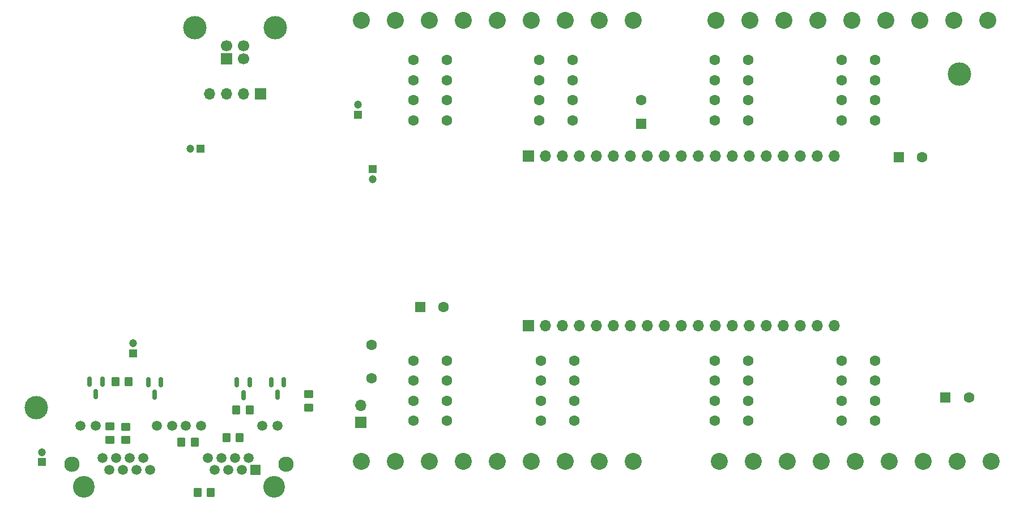
<source format=gbs>
%TF.GenerationSoftware,KiCad,Pcbnew,7.0.10*%
%TF.CreationDate,2024-07-06T13:46:38+02:00*%
%TF.ProjectId,Overlord,4f766572-6c6f-4726-942e-6b696361645f,rev?*%
%TF.SameCoordinates,Original*%
%TF.FileFunction,Soldermask,Bot*%
%TF.FilePolarity,Negative*%
%FSLAX46Y46*%
G04 Gerber Fmt 4.6, Leading zero omitted, Abs format (unit mm)*
G04 Created by KiCad (PCBNEW 7.0.10) date 2024-07-06 13:46:38*
%MOMM*%
%LPD*%
G01*
G04 APERTURE LIST*
G04 Aperture macros list*
%AMRoundRect*
0 Rectangle with rounded corners*
0 $1 Rounding radius*
0 $2 $3 $4 $5 $6 $7 $8 $9 X,Y pos of 4 corners*
0 Add a 4 corners polygon primitive as box body*
4,1,4,$2,$3,$4,$5,$6,$7,$8,$9,$2,$3,0*
0 Add four circle primitives for the rounded corners*
1,1,$1+$1,$2,$3*
1,1,$1+$1,$4,$5*
1,1,$1+$1,$6,$7*
1,1,$1+$1,$8,$9*
0 Add four rect primitives between the rounded corners*
20,1,$1+$1,$2,$3,$4,$5,0*
20,1,$1+$1,$4,$5,$6,$7,0*
20,1,$1+$1,$6,$7,$8,$9,0*
20,1,$1+$1,$8,$9,$2,$3,0*%
G04 Aperture macros list end*
%ADD10C,3.500000*%
%ADD11R,1.700000X1.700000*%
%ADD12O,1.700000X1.700000*%
%ADD13C,1.600000*%
%ADD14R,1.200000X1.200000*%
%ADD15C,1.200000*%
%ADD16C,2.540000*%
%ADD17C,3.250000*%
%ADD18R,1.500000X1.500000*%
%ADD19C,1.500000*%
%ADD20C,2.300000*%
%ADD21R,1.600000X1.600000*%
%ADD22C,1.700000*%
%ADD23RoundRect,0.250000X-0.350000X-0.450000X0.350000X-0.450000X0.350000X0.450000X-0.350000X0.450000X0*%
%ADD24RoundRect,0.250000X0.350000X0.450000X-0.350000X0.450000X-0.350000X-0.450000X0.350000X-0.450000X0*%
%ADD25RoundRect,0.150000X-0.150000X0.587500X-0.150000X-0.587500X0.150000X-0.587500X0.150000X0.587500X0*%
%ADD26RoundRect,0.250000X-0.450000X0.350000X-0.450000X-0.350000X0.450000X-0.350000X0.450000X0.350000X0*%
G04 APERTURE END LIST*
D10*
%TO.C,H1*%
X171960000Y-43450000D03*
%TD*%
D11*
%TO.C,120R_enable1*%
X82530000Y-95610000D03*
D12*
X82530000Y-93070000D03*
%TD*%
D10*
%TO.C,H2*%
X33960000Y-93450000D03*
%TD*%
D13*
%TO.C,C12*%
X84100000Y-89000000D03*
X84100000Y-84000000D03*
%TD*%
D14*
%TO.C,C3*%
X58540000Y-54620000D03*
D15*
X57040000Y-54620000D03*
%TD*%
D14*
%TO.C,C5*%
X82080000Y-49560000D03*
D15*
X82080000Y-48060000D03*
%TD*%
D14*
%TO.C,C6*%
X84270000Y-57727400D03*
D15*
X84270000Y-59227400D03*
%TD*%
D14*
%TO.C,C17*%
X34800000Y-101600000D03*
D15*
X34800000Y-100100000D03*
%TD*%
D14*
%TO.C,C2*%
X48500000Y-85300000D03*
D15*
X48500000Y-83800000D03*
%TD*%
D16*
%TO.C,J2*%
X176220000Y-35450000D03*
X171140000Y-35450000D03*
X166060000Y-35450000D03*
X160980000Y-35450000D03*
X155900000Y-35450000D03*
X150820000Y-35450000D03*
X145740000Y-35450000D03*
X140660000Y-35450000D03*
X135580000Y-35450000D03*
%TD*%
%TO.C,J5*%
X82580000Y-101450000D03*
X87660000Y-101450000D03*
X92740000Y-101450000D03*
X97820000Y-101450000D03*
X102900000Y-101450000D03*
X107980000Y-101450000D03*
X113060000Y-101450000D03*
X118140000Y-101450000D03*
X123220000Y-101450000D03*
%TD*%
%TO.C,J6*%
X136080000Y-101450000D03*
X141160000Y-101450000D03*
X146240000Y-101450000D03*
X151320000Y-101450000D03*
X156400000Y-101450000D03*
X161480000Y-101450000D03*
X166560000Y-101450000D03*
X171640000Y-101450000D03*
X176720000Y-101450000D03*
%TD*%
%TO.C,J4*%
X123220000Y-35450000D03*
X118140000Y-35450000D03*
X113060000Y-35450000D03*
X107980000Y-35450000D03*
X102900000Y-35450000D03*
X97820000Y-35450000D03*
X92740000Y-35450000D03*
X87660000Y-35450000D03*
X82580000Y-35450000D03*
%TD*%
D17*
%TO.C,J1*%
X69540000Y-105310000D03*
X41090000Y-105310000D03*
D18*
X66750000Y-102770000D03*
D19*
X65734000Y-100990000D03*
X64718000Y-102770000D03*
X63702000Y-100990000D03*
X62686000Y-102770000D03*
X61670000Y-100990000D03*
X60654000Y-102770000D03*
X59638000Y-100990000D03*
X70050000Y-96170000D03*
X67760000Y-96170000D03*
X58620000Y-96170000D03*
X56330000Y-96170000D03*
X51000000Y-102770000D03*
X49984000Y-100990000D03*
X48968000Y-102770000D03*
X47952000Y-100990000D03*
X46936000Y-102770000D03*
X45920000Y-100990000D03*
X44904000Y-102770000D03*
X43888000Y-100990000D03*
X54300000Y-96170000D03*
X52010000Y-96170000D03*
X42870000Y-96170000D03*
X40580000Y-96170000D03*
D20*
X71320000Y-101880000D03*
X39320000Y-101880000D03*
%TD*%
D21*
%TO.C,C13*%
X124400000Y-50900000D03*
D13*
X124400000Y-47400000D03*
%TD*%
%TO.C,C8*%
X109150000Y-41400000D03*
X114150000Y-41400000D03*
%TD*%
D21*
%TO.C,C27*%
X162900000Y-55900000D03*
D13*
X166400000Y-55900000D03*
%TD*%
D21*
%TO.C,C44*%
X91400000Y-78400000D03*
D13*
X94900000Y-78400000D03*
%TD*%
D21*
%TO.C,C45*%
X169900000Y-91900000D03*
D13*
X173400000Y-91900000D03*
%TD*%
%TO.C,C7*%
X114150000Y-44400000D03*
X109150000Y-44400000D03*
%TD*%
%TO.C,C9*%
X135400000Y-92400000D03*
X140400000Y-92400000D03*
%TD*%
%TO.C,C10*%
X140400000Y-95400000D03*
X135400000Y-95400000D03*
%TD*%
%TO.C,C14*%
X114150000Y-47400000D03*
X109150000Y-47400000D03*
%TD*%
%TO.C,C15*%
X109150000Y-50400000D03*
X114150000Y-50400000D03*
%TD*%
%TO.C,C16*%
X135400000Y-89400000D03*
X140400000Y-89400000D03*
%TD*%
%TO.C,C18*%
X140400000Y-86400000D03*
X135400000Y-86400000D03*
%TD*%
%TO.C,C19*%
X90400000Y-41400000D03*
X95400000Y-41400000D03*
%TD*%
%TO.C,C20*%
X159400000Y-95400000D03*
X154400000Y-95400000D03*
%TD*%
%TO.C,C21*%
X90400000Y-50400000D03*
X95400000Y-50400000D03*
%TD*%
%TO.C,C22*%
X159400000Y-86400000D03*
X154400000Y-86400000D03*
%TD*%
%TO.C,C23*%
X90400000Y-44400000D03*
X95400000Y-44400000D03*
%TD*%
%TO.C,C24*%
X159400000Y-92400000D03*
X154400000Y-92400000D03*
%TD*%
%TO.C,C25*%
X90400000Y-47400000D03*
X95400000Y-47400000D03*
%TD*%
%TO.C,C26*%
X159400000Y-89400000D03*
X154400000Y-89400000D03*
%TD*%
%TO.C,C28*%
X90400000Y-92400000D03*
X95400000Y-92400000D03*
%TD*%
%TO.C,C29*%
X95400000Y-95400000D03*
X90400000Y-95400000D03*
%TD*%
%TO.C,C30*%
X159400000Y-44400000D03*
X154400000Y-44400000D03*
%TD*%
%TO.C,C31*%
X154400000Y-41400000D03*
X159400000Y-41400000D03*
%TD*%
%TO.C,C32*%
X90400000Y-89400000D03*
X95400000Y-89400000D03*
%TD*%
%TO.C,C33*%
X95400000Y-86400000D03*
X90400000Y-86400000D03*
%TD*%
%TO.C,C34*%
X159400000Y-47400000D03*
X154400000Y-47400000D03*
%TD*%
%TO.C,C35*%
X154400000Y-50400000D03*
X159400000Y-50400000D03*
%TD*%
%TO.C,C36*%
X114400000Y-95400000D03*
X109400000Y-95400000D03*
%TD*%
%TO.C,C37*%
X135400000Y-41400000D03*
X140400000Y-41400000D03*
%TD*%
%TO.C,C38*%
X114400000Y-86400000D03*
X109400000Y-86400000D03*
%TD*%
%TO.C,C39*%
X135400000Y-50400000D03*
X140400000Y-50400000D03*
%TD*%
%TO.C,C40*%
X114400000Y-92400000D03*
X109400000Y-92400000D03*
%TD*%
%TO.C,C41*%
X135400000Y-44400000D03*
X140400000Y-44400000D03*
%TD*%
%TO.C,C42*%
X114400000Y-89400000D03*
X109400000Y-89400000D03*
%TD*%
%TO.C,C43*%
X135400000Y-47400000D03*
X140400000Y-47400000D03*
%TD*%
D11*
%TO.C,ESP1*%
X107530000Y-81140000D03*
D12*
X110070000Y-81140000D03*
X112610000Y-81140000D03*
X115150000Y-81140000D03*
X117690000Y-81140000D03*
X120230000Y-81140000D03*
X122770000Y-81140000D03*
X125310000Y-81140000D03*
X127850000Y-81140000D03*
X130390000Y-81140000D03*
X132930000Y-81140000D03*
X135470000Y-81140000D03*
X138010000Y-81140000D03*
X140550000Y-81140000D03*
X143090000Y-81140000D03*
X145630000Y-81140000D03*
X148170000Y-81140000D03*
X150710000Y-81140000D03*
X153250000Y-81140000D03*
D11*
X107530000Y-55740000D03*
D12*
X110070000Y-55740000D03*
X112610000Y-55740000D03*
X115150000Y-55740000D03*
X117690000Y-55740000D03*
X120230000Y-55740000D03*
X122770000Y-55740000D03*
X125310000Y-55740000D03*
X127850000Y-55740000D03*
X130390000Y-55740000D03*
X132930000Y-55740000D03*
X135470000Y-55740000D03*
X138010000Y-55740000D03*
X140550000Y-55740000D03*
X143090000Y-55740000D03*
X145630000Y-55740000D03*
X148170000Y-55740000D03*
X150710000Y-55740000D03*
X153250000Y-55740000D03*
%TD*%
D11*
%TO.C,J7*%
X62460000Y-41227500D03*
D22*
X64960000Y-41227500D03*
X64960000Y-39227500D03*
X62460000Y-39227500D03*
D10*
X57690000Y-36517500D03*
X69730000Y-36517500D03*
%TD*%
D11*
%TO.C,J8*%
X67550000Y-46420000D03*
D12*
X65010000Y-46420000D03*
X62470000Y-46420000D03*
X59930000Y-46420000D03*
%TD*%
D23*
%TO.C,R31*%
X58090000Y-106140000D03*
X60090000Y-106140000D03*
%TD*%
D24*
%TO.C,R33*%
X64400000Y-97900000D03*
X62400000Y-97900000D03*
%TD*%
D25*
%TO.C,Q1*%
X69100000Y-89632500D03*
X71000000Y-89632500D03*
X70050000Y-91507500D03*
%TD*%
%TO.C,Q2*%
X41950000Y-89552500D03*
X43850000Y-89552500D03*
X42900000Y-91427500D03*
%TD*%
%TO.C,Q3*%
X63990000Y-89652500D03*
X65890000Y-89652500D03*
X64940000Y-91527500D03*
%TD*%
%TO.C,Q4*%
X50750000Y-89622500D03*
X52650000Y-89622500D03*
X51700000Y-91497500D03*
%TD*%
D23*
%TO.C,R1*%
X55700000Y-98610000D03*
X57700000Y-98610000D03*
%TD*%
D26*
%TO.C,R2*%
X47340000Y-96280000D03*
X47340000Y-98280000D03*
%TD*%
%TO.C,R3*%
X74710000Y-91440000D03*
X74710000Y-93440000D03*
%TD*%
D23*
%TO.C,R4*%
X45820000Y-89510000D03*
X47820000Y-89510000D03*
%TD*%
%TO.C,R5*%
X63910000Y-93730000D03*
X65910000Y-93730000D03*
%TD*%
D26*
%TO.C,R15*%
X45000000Y-96220000D03*
X45000000Y-98220000D03*
%TD*%
M02*

</source>
